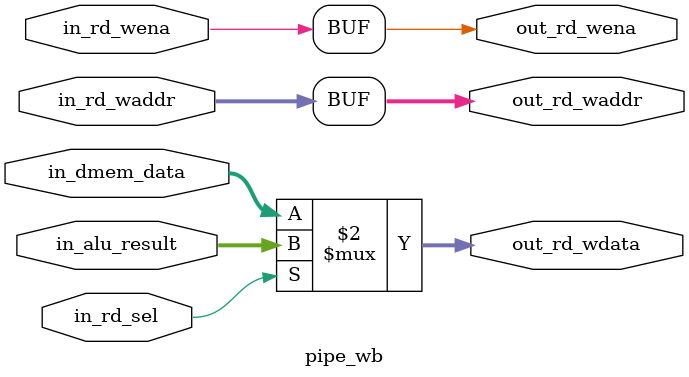
<source format=v>
`timescale 1ns / 1ps


module pipe_wb(
    input   [4:0]   in_rd_waddr,
    input           in_rd_wena,
    input           in_rd_sel,

    input   [31:0]  in_alu_result,
    input   [31:0]  in_dmem_data,

    output  [4:0]   out_rd_waddr,
    output          out_rd_wena,
    output  [31:0]  out_rd_wdata
    );

    assign out_rd_waddr = in_rd_waddr;
    assign out_rd_wena  = in_rd_wena;
    assign out_rd_wdata = ~in_rd_sel ? in_dmem_data : in_alu_result;

endmodule

</source>
